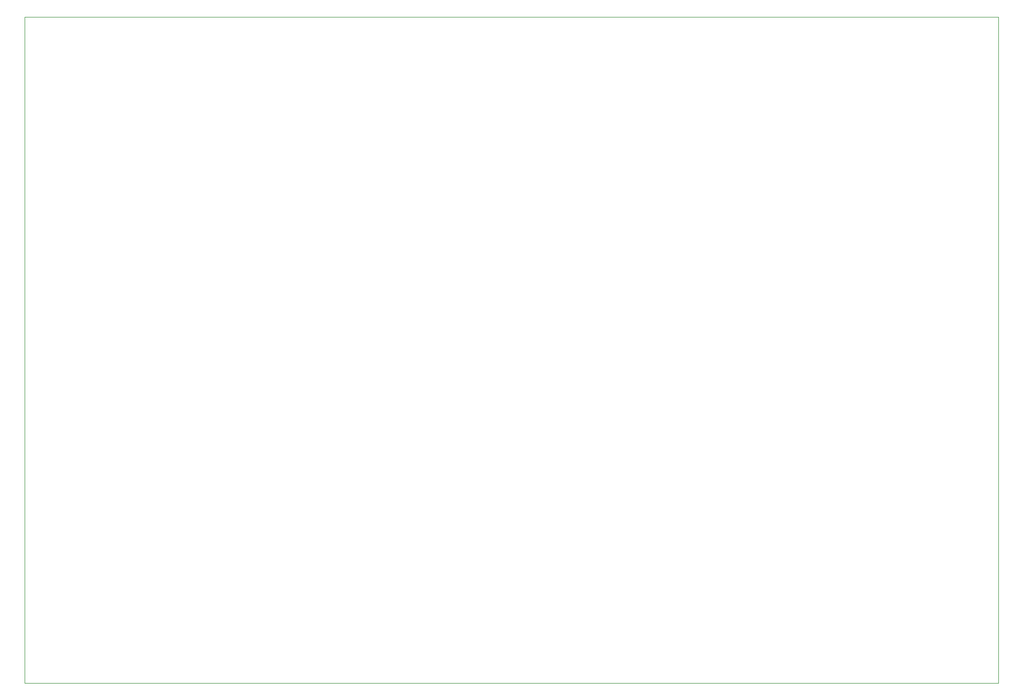
<source format=gm1>
%TF.GenerationSoftware,KiCad,Pcbnew,7.0.7*%
%TF.CreationDate,2024-02-03T16:35:20-08:00*%
%TF.ProjectId,Dyno22,44796e6f-3232-42e6-9b69-6361645f7063,rev?*%
%TF.SameCoordinates,Original*%
%TF.FileFunction,Profile,NP*%
%FSLAX46Y46*%
G04 Gerber Fmt 4.6, Leading zero omitted, Abs format (unit mm)*
G04 Created by KiCad (PCBNEW 7.0.7) date 2024-02-03 16:35:20*
%MOMM*%
%LPD*%
G01*
G04 APERTURE LIST*
%TA.AperFunction,Profile*%
%ADD10C,0.050000*%
%TD*%
G04 APERTURE END LIST*
D10*
X62325000Y-32600000D02*
X222980000Y-32600000D01*
X222980000Y-142455000D01*
X62325000Y-142455000D01*
X62325000Y-32600000D01*
M02*

</source>
